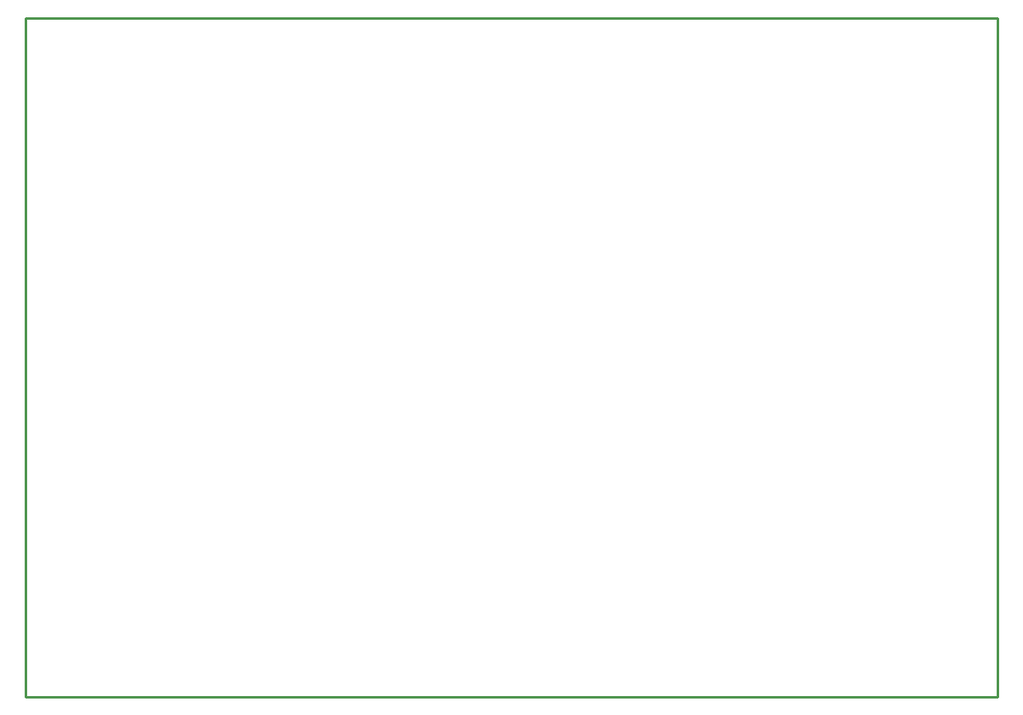
<source format=gbr>
G04 EAGLE Gerber X2 export*
%TF.Part,Single*%
%TF.FileFunction,Profile,NP*%
%TF.FilePolarity,Positive*%
%TF.GenerationSoftware,Autodesk,EAGLE,9.0.0*%
%TF.CreationDate,2019-07-04T23:27:38Z*%
G75*
%MOMM*%
%FSLAX34Y34*%
%LPD*%
%AMOC8*
5,1,8,0,0,1.08239X$1,22.5*%
G01*
%ADD10C,0.254000*%


D10*
X0Y101600D02*
X1000000Y101600D01*
X1000000Y800000D01*
X0Y800000D01*
X0Y101600D01*
M02*

</source>
